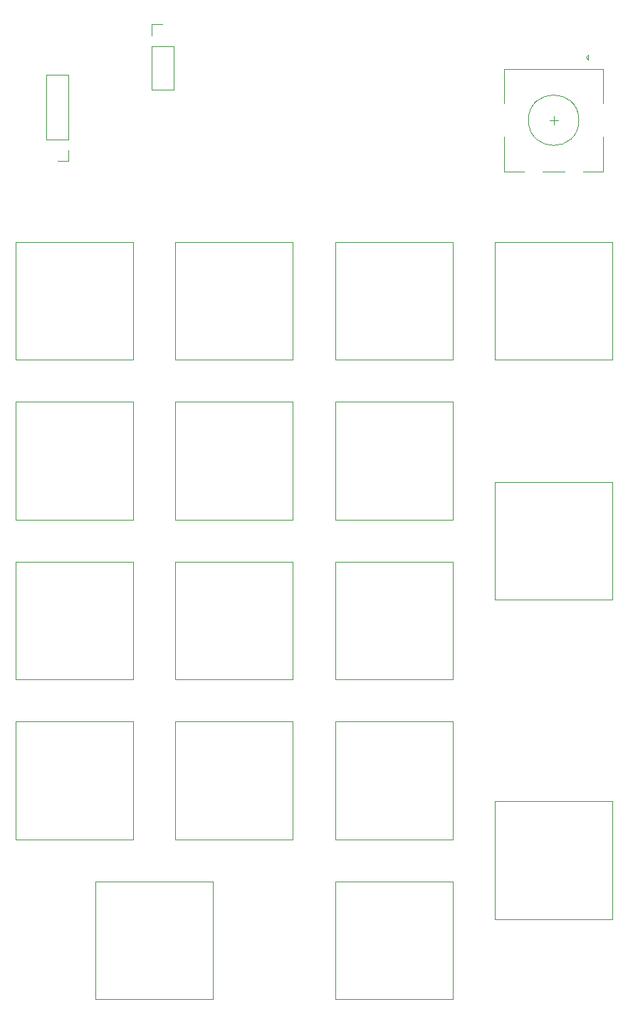
<source format=gbr>
%TF.GenerationSoftware,KiCad,Pcbnew,(5.1.10)-1*%
%TF.CreationDate,2021-11-22T22:58:02-06:00*%
%TF.ProjectId,PyKey18,50794b65-7931-4382-9e6b-696361645f70,1.0*%
%TF.SameCoordinates,Original*%
%TF.FileFunction,Legend,Top*%
%TF.FilePolarity,Positive*%
%FSLAX46Y46*%
G04 Gerber Fmt 4.6, Leading zero omitted, Abs format (unit mm)*
G04 Created by KiCad (PCBNEW (5.1.10)-1) date 2021-11-22 22:58:02*
%MOMM*%
%LPD*%
G01*
G04 APERTURE LIST*
%ADD10C,0.120000*%
G04 APERTURE END LIST*
D10*
%TO.C,U16*%
X112000000Y-143500000D02*
X126000000Y-143500000D01*
X112000000Y-157500000D02*
X112000000Y-143500000D01*
X126000000Y-157500000D02*
X112000000Y-157500000D01*
X126000000Y-157500000D02*
X126000000Y-143500000D01*
%TO.C,U12*%
X112000000Y-105500000D02*
X126000000Y-105500000D01*
X112000000Y-119500000D02*
X112000000Y-105500000D01*
X126000000Y-119500000D02*
X112000000Y-119500000D01*
X126000000Y-119500000D02*
X126000000Y-105500000D01*
%TO.C,U17*%
X64500000Y-153000000D02*
X78500000Y-153000000D01*
X64500000Y-167000000D02*
X64500000Y-153000000D01*
X78500000Y-167000000D02*
X64500000Y-167000000D01*
X78500000Y-167000000D02*
X78500000Y-153000000D01*
%TO.C,U3*%
X107000000Y-91000000D02*
X107000000Y-77000000D01*
X107000000Y-91000000D02*
X93000000Y-91000000D01*
X93000000Y-91000000D02*
X93000000Y-77000000D01*
X93000000Y-77000000D02*
X107000000Y-77000000D01*
%TO.C,U18*%
X107000000Y-167000000D02*
X107000000Y-153000000D01*
X107000000Y-167000000D02*
X93000000Y-167000000D01*
X93000000Y-167000000D02*
X93000000Y-153000000D01*
X93000000Y-153000000D02*
X107000000Y-153000000D01*
%TO.C,U15*%
X107000000Y-148000000D02*
X107000000Y-134000000D01*
X107000000Y-148000000D02*
X93000000Y-148000000D01*
X93000000Y-148000000D02*
X93000000Y-134000000D01*
X93000000Y-134000000D02*
X107000000Y-134000000D01*
%TO.C,U14*%
X88000000Y-148000000D02*
X88000000Y-134000000D01*
X88000000Y-148000000D02*
X74000000Y-148000000D01*
X74000000Y-148000000D02*
X74000000Y-134000000D01*
X74000000Y-134000000D02*
X88000000Y-134000000D01*
%TO.C,U13*%
X69000000Y-148000000D02*
X69000000Y-134000000D01*
X69000000Y-148000000D02*
X55000000Y-148000000D01*
X55000000Y-148000000D02*
X55000000Y-134000000D01*
X55000000Y-134000000D02*
X69000000Y-134000000D01*
%TO.C,U11*%
X107000000Y-129000000D02*
X107000000Y-115000000D01*
X107000000Y-129000000D02*
X93000000Y-129000000D01*
X93000000Y-129000000D02*
X93000000Y-115000000D01*
X93000000Y-115000000D02*
X107000000Y-115000000D01*
%TO.C,U10*%
X88000000Y-129000000D02*
X88000000Y-115000000D01*
X88000000Y-129000000D02*
X74000000Y-129000000D01*
X74000000Y-129000000D02*
X74000000Y-115000000D01*
X74000000Y-115000000D02*
X88000000Y-115000000D01*
%TO.C,U9*%
X69000000Y-129000000D02*
X69000000Y-115000000D01*
X69000000Y-129000000D02*
X55000000Y-129000000D01*
X55000000Y-129000000D02*
X55000000Y-115000000D01*
X55000000Y-115000000D02*
X69000000Y-115000000D01*
%TO.C,U8*%
X126000000Y-91000000D02*
X126000000Y-77000000D01*
X126000000Y-91000000D02*
X112000000Y-91000000D01*
X112000000Y-91000000D02*
X112000000Y-77000000D01*
X112000000Y-77000000D02*
X126000000Y-77000000D01*
%TO.C,U7*%
X107000000Y-110000000D02*
X107000000Y-96000000D01*
X107000000Y-110000000D02*
X93000000Y-110000000D01*
X93000000Y-110000000D02*
X93000000Y-96000000D01*
X93000000Y-96000000D02*
X107000000Y-96000000D01*
%TO.C,U6*%
X88000000Y-110000000D02*
X88000000Y-96000000D01*
X88000000Y-110000000D02*
X74000000Y-110000000D01*
X74000000Y-110000000D02*
X74000000Y-96000000D01*
X74000000Y-96000000D02*
X88000000Y-96000000D01*
%TO.C,U5*%
X69000000Y-110000000D02*
X69000000Y-96000000D01*
X69000000Y-110000000D02*
X55000000Y-110000000D01*
X55000000Y-110000000D02*
X55000000Y-96000000D01*
X55000000Y-96000000D02*
X69000000Y-96000000D01*
%TO.C,U2*%
X88000000Y-91000000D02*
X88000000Y-77000000D01*
X88000000Y-91000000D02*
X74000000Y-91000000D01*
X74000000Y-91000000D02*
X74000000Y-77000000D01*
X74000000Y-77000000D02*
X88000000Y-77000000D01*
%TO.C,U1*%
X69000000Y-91000000D02*
X69000000Y-77000000D01*
X69000000Y-91000000D02*
X55000000Y-91000000D01*
X55000000Y-91000000D02*
X55000000Y-77000000D01*
X55000000Y-77000000D02*
X69000000Y-77000000D01*
%TO.C,SW4*%
X122000000Y-62500000D02*
G75*
G03*
X122000000Y-62500000I-3000000J0D01*
G01*
X124900000Y-64500000D02*
X124900000Y-68600000D01*
X113100000Y-68600000D02*
X113100000Y-64500000D01*
X113100000Y-60500000D02*
X113100000Y-56400000D01*
X124900000Y-60500000D02*
X124900000Y-56400000D01*
X124900000Y-56400000D02*
X113100000Y-56400000D01*
X122800000Y-55000000D02*
X123100000Y-54700000D01*
X123100000Y-54700000D02*
X123100000Y-55300000D01*
X123100000Y-55300000D02*
X122800000Y-55000000D01*
X124900000Y-68600000D02*
X122500000Y-68600000D01*
X120300000Y-68600000D02*
X117700000Y-68600000D01*
X115500000Y-68600000D02*
X113100000Y-68600000D01*
X119500000Y-62500000D02*
X118500000Y-62500000D01*
X119000000Y-62000000D02*
X119000000Y-63000000D01*
%TO.C,J5*%
X61330000Y-67370000D02*
X60000000Y-67370000D01*
X61330000Y-66040000D02*
X61330000Y-67370000D01*
X61330000Y-64770000D02*
X58670000Y-64770000D01*
X58670000Y-64770000D02*
X58670000Y-57090000D01*
X61330000Y-64770000D02*
X61330000Y-57090000D01*
X61330000Y-57090000D02*
X58670000Y-57090000D01*
%TO.C,J2*%
X71170000Y-51129999D02*
X72500000Y-51129999D01*
X71170000Y-52459999D02*
X71170000Y-51129999D01*
X71170000Y-53729999D02*
X73830000Y-53729999D01*
X73830000Y-53729999D02*
X73830000Y-58869999D01*
X71170000Y-53729999D02*
X71170000Y-58869999D01*
X71170000Y-58869999D02*
X73830000Y-58869999D01*
%TD*%
M02*

</source>
